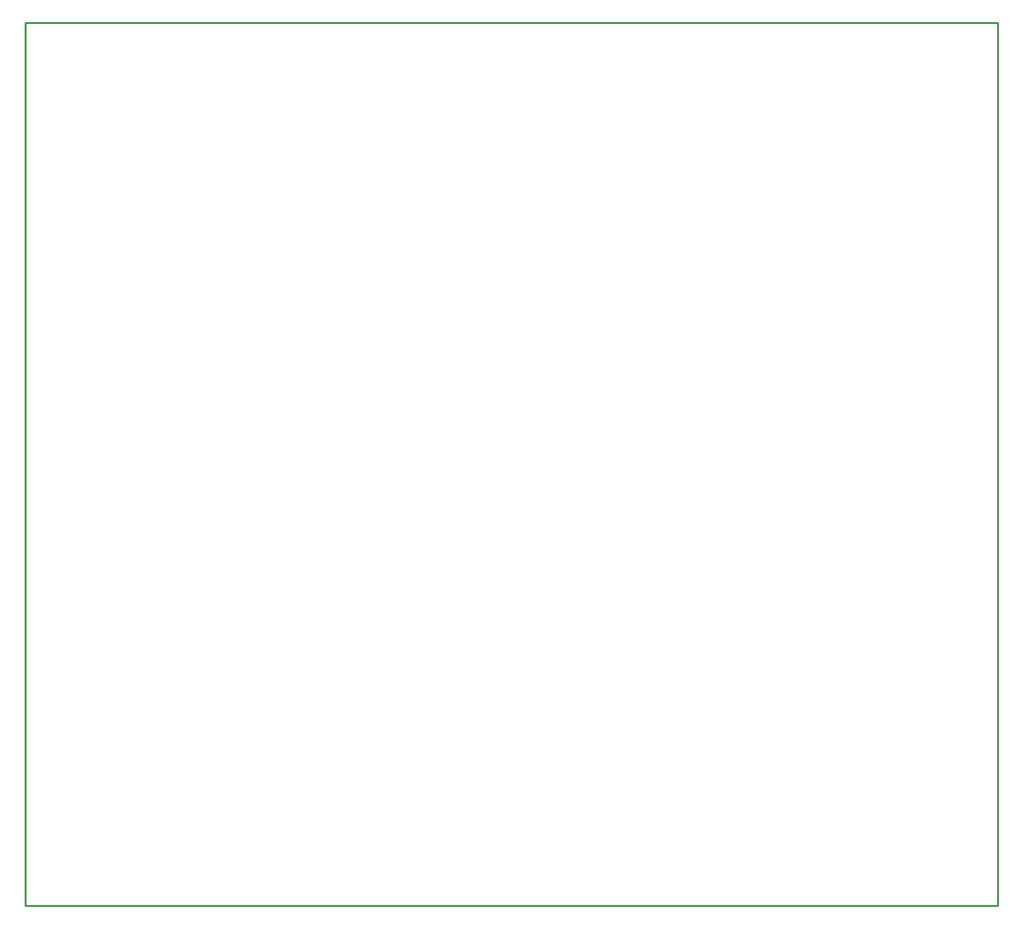
<source format=gbr>
G04 EAGLE Gerber X2 export*
%TF.Part,Single*%
%TF.FileFunction,Profile,NP*%
%TF.FilePolarity,Positive*%
%TF.GenerationSoftware,Autodesk,EAGLE,8.7.1*%
%TF.CreationDate,2018-04-16T21:52:04Z*%
G75*
%MOMM*%
%FSLAX34Y34*%
%LPD*%
%AMOC8*
5,1,8,0,0,1.08239X$1,22.5*%
G01*
%ADD10C,0.254000*%


D10*
X0Y0D02*
X1269800Y0D01*
X1269800Y1152400D01*
X0Y1152400D01*
X0Y0D01*
M02*

</source>
